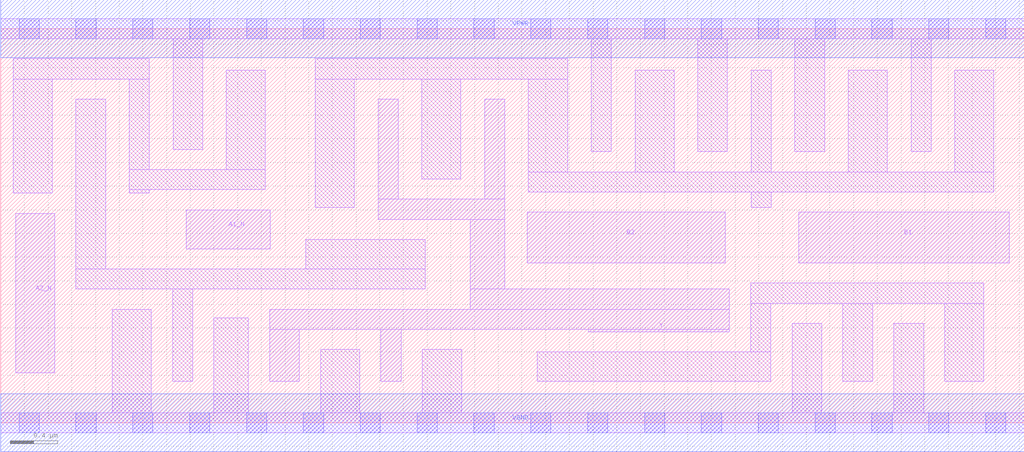
<source format=lef>
# Copyright 2020 The SkyWater PDK Authors
#
# Licensed under the Apache License, Version 2.0 (the "License");
# you may not use this file except in compliance with the License.
# You may obtain a copy of the License at
#
#     https://www.apache.org/licenses/LICENSE-2.0
#
# Unless required by applicable law or agreed to in writing, software
# distributed under the License is distributed on an "AS IS" BASIS,
# WITHOUT WARRANTIES OR CONDITIONS OF ANY KIND, either express or implied.
# See the License for the specific language governing permissions and
# limitations under the License.
#
# SPDX-License-Identifier: Apache-2.0

VERSION 5.5 ;
NAMESCASESENSITIVE ON ;
BUSBITCHARS "[]" ;
DIVIDERCHAR "/" ;
MACRO sky130_fd_sc_ls__a2bb2oi_4
  CLASS CORE ;
  SOURCE USER ;
  ORIGIN  0.000000  0.000000 ;
  SIZE  8.640000 BY  3.330000 ;
  SYMMETRY X Y ;
  SITE unit ;
  PIN A1_N
    ANTENNAGATEAREA  0.411000 ;
    DIRECTION INPUT ;
    USE SIGNAL ;
    PORT
      LAYER li1 ;
        RECT 1.565000 1.470000 2.275000 1.800000 ;
    END
  END A1_N
  PIN A2_N
    ANTENNAGATEAREA  0.411000 ;
    DIRECTION INPUT ;
    USE SIGNAL ;
    PORT
      LAYER li1 ;
        RECT 0.125000 0.420000 0.455000 1.770000 ;
    END
  END A2_N
  PIN B1
    ANTENNAGATEAREA  1.116000 ;
    DIRECTION INPUT ;
    USE SIGNAL ;
    PORT
      LAYER li1 ;
        RECT 6.735000 1.350000 8.515000 1.780000 ;
    END
  END B1
  PIN B2
    ANTENNAGATEAREA  1.116000 ;
    DIRECTION INPUT ;
    USE SIGNAL ;
    PORT
      LAYER li1 ;
        RECT 4.445000 1.350000 6.115000 1.780000 ;
    END
  END B2
  PIN Y
    ANTENNADIFFAREA  1.500800 ;
    DIRECTION OUTPUT ;
    USE SIGNAL ;
    PORT
      LAYER li1 ;
        RECT 2.270000 0.350000 2.520000 0.790000 ;
        RECT 2.270000 0.790000 6.150000 0.960000 ;
        RECT 3.185000 1.720000 4.255000 1.890000 ;
        RECT 3.185000 1.890000 3.355000 2.735000 ;
        RECT 3.210000 0.350000 3.380000 0.790000 ;
        RECT 3.965000 0.960000 6.150000 1.130000 ;
        RECT 3.965000 1.130000 4.255000 1.720000 ;
        RECT 4.085000 1.890000 4.255000 2.735000 ;
        RECT 4.960000 0.770000 6.150000 0.790000 ;
    END
  END Y
  PIN VGND
    DIRECTION INOUT ;
    SHAPE ABUTMENT ;
    USE GROUND ;
    PORT
      LAYER met1 ;
        RECT 0.000000 -0.245000 8.640000 0.245000 ;
    END
  END VGND
  PIN VPWR
    DIRECTION INOUT ;
    SHAPE ABUTMENT ;
    USE POWER ;
    PORT
      LAYER met1 ;
        RECT 0.000000 3.085000 8.640000 3.575000 ;
    END
  END VPWR
  OBS
    LAYER li1 ;
      RECT 0.000000 -0.085000 8.640000 0.085000 ;
      RECT 0.000000  3.245000 8.640000 3.415000 ;
      RECT 0.105000  1.940000 0.435000 2.905000 ;
      RECT 0.105000  2.905000 1.255000 3.075000 ;
      RECT 0.635000  1.130000 3.585000 1.300000 ;
      RECT 0.635000  1.300000 0.885000 2.735000 ;
      RECT 0.940000  0.085000 1.270000 0.960000 ;
      RECT 1.085000  1.940000 1.255000 1.970000 ;
      RECT 1.085000  1.970000 2.235000 2.140000 ;
      RECT 1.085000  2.140000 1.255000 2.905000 ;
      RECT 1.450000  0.350000 1.620000 1.130000 ;
      RECT 1.455000  2.310000 1.705000 3.245000 ;
      RECT 1.800000  0.085000 2.090000 0.885000 ;
      RECT 1.905000  2.140000 2.235000 2.980000 ;
      RECT 2.575000  1.300000 3.585000 1.550000 ;
      RECT 2.655000  1.820000 2.985000 2.905000 ;
      RECT 2.655000  2.905000 4.785000 3.075000 ;
      RECT 2.700000  0.085000 3.030000 0.620000 ;
      RECT 3.555000  2.060000 3.885000 2.905000 ;
      RECT 3.560000  0.085000 3.890000 0.620000 ;
      RECT 4.455000  1.950000 8.385000 2.120000 ;
      RECT 4.455000  2.120000 4.785000 2.905000 ;
      RECT 4.530000  0.350000 6.500000 0.600000 ;
      RECT 4.985000  2.290000 5.155000 3.245000 ;
      RECT 5.355000  2.120000 5.685000 2.980000 ;
      RECT 5.885000  2.290000 6.135000 3.245000 ;
      RECT 6.330000  0.600000 6.500000 1.010000 ;
      RECT 6.330000  1.010000 8.300000 1.180000 ;
      RECT 6.335000  1.820000 6.505000 1.950000 ;
      RECT 6.335000  2.120000 6.505000 2.980000 ;
      RECT 6.680000  0.085000 6.930000 0.840000 ;
      RECT 6.705000  2.290000 6.955000 3.245000 ;
      RECT 7.110000  0.350000 7.360000 1.010000 ;
      RECT 7.155000  2.120000 7.485000 2.980000 ;
      RECT 7.540000  0.085000 7.790000 0.840000 ;
      RECT 7.685000  2.290000 7.855000 3.245000 ;
      RECT 7.970000  0.350000 8.300000 1.010000 ;
      RECT 8.055000  2.120000 8.385000 2.980000 ;
    LAYER mcon ;
      RECT 0.155000 -0.085000 0.325000 0.085000 ;
      RECT 0.155000  3.245000 0.325000 3.415000 ;
      RECT 0.635000 -0.085000 0.805000 0.085000 ;
      RECT 0.635000  3.245000 0.805000 3.415000 ;
      RECT 1.115000 -0.085000 1.285000 0.085000 ;
      RECT 1.115000  3.245000 1.285000 3.415000 ;
      RECT 1.595000 -0.085000 1.765000 0.085000 ;
      RECT 1.595000  3.245000 1.765000 3.415000 ;
      RECT 2.075000 -0.085000 2.245000 0.085000 ;
      RECT 2.075000  3.245000 2.245000 3.415000 ;
      RECT 2.555000 -0.085000 2.725000 0.085000 ;
      RECT 2.555000  3.245000 2.725000 3.415000 ;
      RECT 3.035000 -0.085000 3.205000 0.085000 ;
      RECT 3.035000  3.245000 3.205000 3.415000 ;
      RECT 3.515000 -0.085000 3.685000 0.085000 ;
      RECT 3.515000  3.245000 3.685000 3.415000 ;
      RECT 3.995000 -0.085000 4.165000 0.085000 ;
      RECT 3.995000  3.245000 4.165000 3.415000 ;
      RECT 4.475000 -0.085000 4.645000 0.085000 ;
      RECT 4.475000  3.245000 4.645000 3.415000 ;
      RECT 4.955000 -0.085000 5.125000 0.085000 ;
      RECT 4.955000  3.245000 5.125000 3.415000 ;
      RECT 5.435000 -0.085000 5.605000 0.085000 ;
      RECT 5.435000  3.245000 5.605000 3.415000 ;
      RECT 5.915000 -0.085000 6.085000 0.085000 ;
      RECT 5.915000  3.245000 6.085000 3.415000 ;
      RECT 6.395000 -0.085000 6.565000 0.085000 ;
      RECT 6.395000  3.245000 6.565000 3.415000 ;
      RECT 6.875000 -0.085000 7.045000 0.085000 ;
      RECT 6.875000  3.245000 7.045000 3.415000 ;
      RECT 7.355000 -0.085000 7.525000 0.085000 ;
      RECT 7.355000  3.245000 7.525000 3.415000 ;
      RECT 7.835000 -0.085000 8.005000 0.085000 ;
      RECT 7.835000  3.245000 8.005000 3.415000 ;
      RECT 8.315000 -0.085000 8.485000 0.085000 ;
      RECT 8.315000  3.245000 8.485000 3.415000 ;
  END
END sky130_fd_sc_ls__a2bb2oi_4
END LIBRARY

</source>
